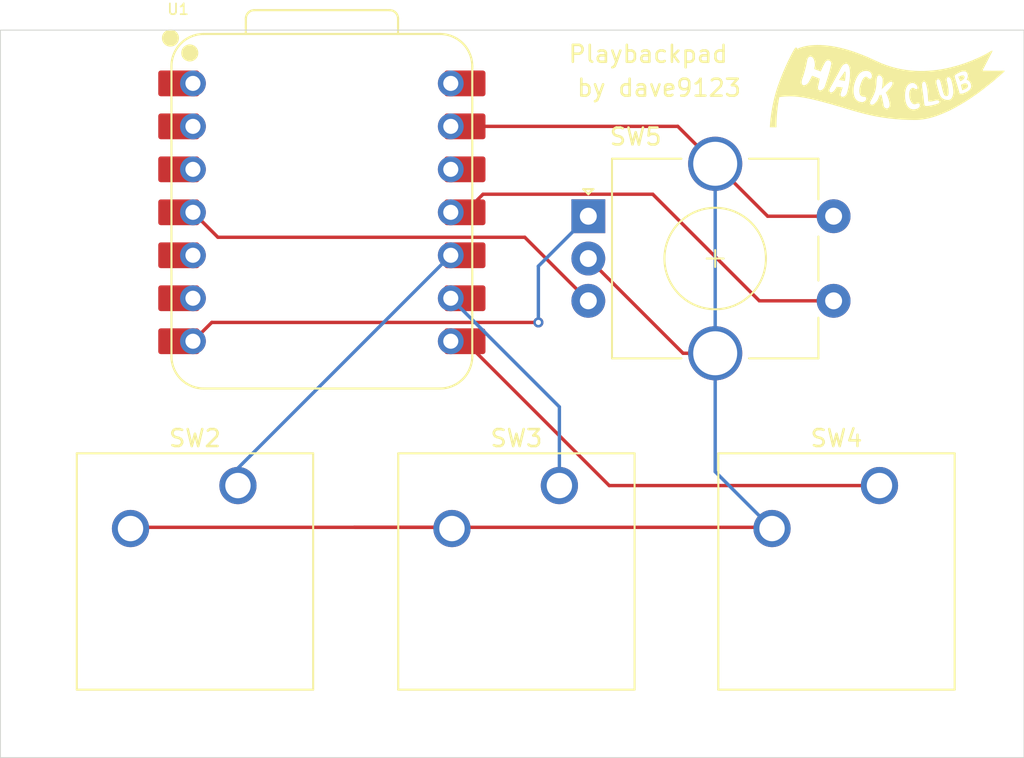
<source format=kicad_pcb>
(kicad_pcb (version 20241129) (generator "pcbnew") (generator_version "8.99")
  (layers (0 "F.Cu" signal) (2 "B.Cu" signal) (13 "F.Paste" user) (15 "B.Paste" user) (5 "F.SilkS" user "F.Silkscreen") (7 "B.SilkS" user "B.Silkscreen") (1 "F.Mask" user) (3 "B.Mask" user) (25 "Edge.Cuts" user))
  (net 0 "")
  (net 1 "GND")
  (net 2 "Net-(U1-GPIO0{slash}TX)")
  (net 3 "Net-(U1-GPIO29{slash}ADC3{slash}A3)")
  (net 4 "Net-(U1-GPIO3{slash}MOSI)")
  (net 5 "Net-(U1-GPIO4{slash}MISO)")
  (net 6 "Net-(U1-GPIO2{slash}SCK)")
  (net 7 "Net-(U1-GPIO1{slash}RX)")
  (net 8 "unconnected-(U1-GPIO26{slash}ADC0{slash}A0-Pad1)")
  (net 9 "unconnected-(U1-GPIO27{slash}ADC1{slash}A1-Pad2)")
  (net 10 "+5V")
  (net 11 "unconnected-(U1-3V3-Pad12)")
  (net 12 "unconnected-(U1-GPIO28{slash}ADC2{slash}A2-Pad3)")
  (net 13 "unconnected-(U1-GPIO6{slash}SDA-Pad5)")
  (net 14 "unconnected-(U1-GPIO7{slash}SCL-Pad6)")
  (footprint "Button_Switch_Keyboard:SW_Cherry_MX_1.00u_PCB" (layer "F.Cu") (at 148.54 65.1515)
    (property "Reference" "SW3")
    (property "Value" "SW_Push")
  )
  (footprint "Rotary_Encoder:RotaryEncoder_Alps_EC11E-Switch_Vertical_H20mm_CircularMountingHoles" (layer "F.Cu") (at 150.25 49.2315)
    (property "Reference" "SW5")
    (property "Value" "RotaryEncoder_Switch_MP")
  )
  (footprint "Button_Switch_Keyboard:SW_Cherry_MX_1.00u_PCB" (layer "F.Cu") (at 129.54 65.1515)
    (property "Reference" "SW2")
    (property "Value" "SW_Push")
  )
  (footprint "Seeed Studio XIAO Series Library:XIAO-RP2040-DIP" (layer "F.Cu") (at 134.5 49)
    (property "Reference" "U1")
    (property "Value" "XIAO-RP2040-DIP")
  )
  (footprint "Button_Switch_Keyboard:SW_Cherry_MX_1.00u_PCB" (layer "F.Cu") (at 167.46 65.1515)
    (property "Reference" "SW4")
    (property "Value" "SW_Push")
  )
  (gr_poly (pts (xy 162.539801 39.265134) (xy 162.544445 39.26543) (xy 162.549233 39.265937) (xy 162.553905 39.266707) (xy 162.558209 39.267775) (xy 162.562155 39.269129) (xy 162.565755 39.270753) (xy 162.569018 39.272635) (xy 162.571956 39.274762) (xy 162.574578 39.277118) (xy 162.576897 39.279692) (xy 162.578921 39.282469) (xy 162.580662 39.285436) (xy 162.58213 39.28858) (xy 162.583337 39.291886) (xy 162.584292 39.295341) (xy 162.585006 39.298932) (xy 162.58549 39.302645) (xy 162.585754 39.306466) (xy 162.585809 39.310383) (xy 162.585666 39.31438) (xy 162.585335 39.318446) (xy 162.584826 39.322565) (xy 162.584151 39.326725) (xy 162.58332 39.330913) (xy 162.581232 39.339314) (xy 162.578646 39.347662) (xy 162.575649 39.355846) (xy 162.572324 39.363759) (xy 162.568756 39.371292) (xy 162.475068 39.569149) (xy 162.379629 39.779779) (xy 162.261295 40.051745) (xy 162.127194 40.375201) (xy 162.056457 40.553159) (xy 161.98445 40.740297) (xy 161.912065 40.935383) (xy 161.840192 41.137187) (xy 161.769722 41.344477) (xy 161.701545 41.556022) (xy 161.639202 41.7699) (xy 161.585237 41.983807) (xy 161.53905 42.195946) (xy 161.500038 42.40452) (xy 161.467602 42.60773) (xy 161.441139 42.803778) (xy 161.403733 43.167203) (xy 161.383009 43.480412) (xy 161.374159 43.729025) (xy 161.37285 43.974938) (xy 160.981313 43.974938) (xy 160.983504 43.884212) (xy 160.99594 43.709253) (xy 161.021413 43.461944) (xy 161.062712 43.154166) (xy 161.090169 42.981315) (xy 161.122629 42.797802) (xy 161.160441 42.605114) (xy 161.203954 42.404735) (xy 161.253517 42.198152) (xy 161.309479 41.986848) (xy 161.372188 41.77231) (xy 161.441994 41.556022) (xy 161.596537 41.128566) (xy 161.760621 40.720242) (xy 161.925757 40.3421) (xy 162.08345 40.005192) (xy 162.22521 39.720568) (xy 162.342545 39.49928) (xy 162.426963 39.352379) (xy 162.469972 39.290916) (xy 162.471251 39.289573) (xy 162.472844 39.288047) (xy 162.475067 39.286088) (xy 162.477915 39.283798) (xy 162.481383 39.281279) (xy 162.483349 39.279965) (xy 162.485468 39.278632) (xy 162.48774 39.277293) (xy 162.490164 39.275961) (xy 162.492741 39.274647) (xy 162.495468 39.273366) (xy 162.498347 39.27213) (xy 162.501375 39.270951) (xy 162.504553 39.269842) (xy 162.507881 39.268817) (xy 162.511357 39.267887) (xy 162.514981 39.267066) (xy 162.518752 39.266366) (xy 162.52267 39.2658) (xy 162.526735 39.265382) (xy 162.530945 39.265122) (xy 162.5353 39.265035)) (stroke (width -0.000001)) (fill yes) (layer "F.SilkS"))
  (gr_poly (pts (xy 172.392937 40.90579) (xy 172.402621 40.906697) (xy 172.40732 40.90739) (xy 172.41192 40.908249) (xy 172.41642 40.909278) (xy 172.420815 40.91048) (xy 172.425105 40.911862) (xy 172.429285 40.913426) (xy 172.433354 40.915177) (xy 172.437309 40.917119) (xy 172.441147 40.919258) (xy 172.444866 40.921596) (xy 172.448463 40.924139) (xy 172.451936 40.926891) (xy 172.455282 40.929855) (xy 172.458497 40.933037) (xy 172.461581 40.936441) (xy 172.46453 40.94007) (xy 172.467342 40.94393) (xy 172.470013 40.948025) (xy 172.472542 40.952358) (xy 172.474926 40.956935) (xy 172.477162 40.961759) (xy 172.479248 40.966836) (xy 172.48118 40.972168) (xy 172.482957 40.977761) (xy 172.484576 40.983619) (xy 172.486035 40.989746) (xy 172.488271 41.003949) (xy 172.488752 41.017915) (xy 172.487588 41.031628) (xy 172.484891 41.045075) (xy 172.480769 41.058241) (xy 172.475335 41.071114) (xy 172.468698 41.083679) (xy 172.460969 41.095922) (xy 172.452257 41.107829) (xy 172.442674 41.119386) (xy 172.432331 41.130579) (xy 172.421336 41.141395) (xy 172.409802 41.151819) (xy 172.397838 41.161837) (xy 172.373062 41.180601) (xy 172.347892 41.197576) (xy 172.323212 41.212649) (xy 172.299905 41.225709) (xy 172.278854 41.236645) (xy 172.247057 41.251697) (xy 172.234887 41.256913) (xy 172.117427 40.981839) (xy 172.250694 40.933885) (xy 172.283103 40.923534) (xy 172.298928 40.919006) (xy 172.314442 40.915008) (xy 172.329601 40.911612) (xy 172.34436 40.908892) (xy 172.358675 40.906921) (xy 172.372502 40.905772) (xy 172.382891 40.905493)) (stroke (width -0.000001)) (fill yes) (layer "F.SilkS"))
  (gr_poly (pts (xy 172.540481 41.372473) (xy 172.551894 41.373106) (xy 172.563131 41.3744) (xy 172.574161 41.376394) (xy 172.579589 41.377665) (xy 172.584953 41.379126) (xy 172.590249 41.380781) (xy 172.595473 41.382636) (xy 172.600621 41.384694) (xy 172.605689 41.386961) (xy 172.610674 41.389442) (xy 172.61557 41.392141) (xy 172.620375 41.395064) (xy 172.625084 41.398214) (xy 172.629693 41.401598) (xy 172.634197 41.40522) (xy 172.638594 41.409084) (xy 172.642879 41.413196) (xy 172.647048 41.41756) (xy 172.651097 41.422181) (xy 172.655022 41.427065) (xy 172.658818 41.432215) (xy 172.662483 41.437637) (xy 172.666012 41.443336) (xy 172.6694 41.449316) (xy 172.672644 41.455582) (xy 172.675741 41.46214) (xy 172.678685 41.468993) (xy 172.685565 41.488977) (xy 172.689652 41.508187) (xy 172.691114 41.526637) (xy 172.69012 41.54434) (xy 172.68684 41.561311) (xy 172.681442 41.577561) (xy 172.674097 41.593105) (xy 172.664973 41.607957) (xy 172.65424 41.622128) (xy 172.642066 41.635634) (xy 172.628622 41.648487) (xy 172.614076 41.660701) (xy 172.598597 41.672289) (xy 172.582356 41.683264) (xy 172.54826 41.703432) (xy 172.513143 41.721311) (xy 172.478358 41.737009) (xy 172.415201 41.76229) (xy 172.369621 41.780135) (xy 172.356808 41.786537) (xy 172.353488 41.789155) (xy 172.352451 41.791402) (xy 172.275195 41.468993) (xy 172.298209 41.454321) (xy 172.324293 41.439221) (xy 172.35771 41.421824) (xy 172.376609 41.412939) (xy 172.39667 41.40429) (xy 172.417671 41.396146) (xy 172.439386 41.388778) (xy 172.461593 41.382456) (xy 172.484068 41.377449) (xy 172.506587 41.374028) (xy 172.528926 41.372462)) (stroke (width -0.000001)) (fill yes) (layer "F.SilkS"))
  (gr_poly (pts (xy 165.422833 40.677634) (xy 165.423857 40.677729) (xy 165.424864 40.677879) (xy 165.431871 40.680733) (xy 165.437954 40.686499) (xy 165.443157 40.69498) (xy 165.447528 40.705979) (xy 165.451111 40.7193) (xy 165.453954 40.734744) (xy 165.457603 40.771218) (xy 165.458841 40.813826) (xy 165.458038 40.860992) (xy 165.455562 40.911143) (xy 165.451782 40.962702) (xy 165.441783 41.063745) (xy 165.43099 41.151521) (xy 165.418818 41.236863) (xy 165.066798 41.176763) (xy 165.406622 40.682426) (xy 165.407901 40.681691) (xy 165.40916 40.681019) (xy 165.410401 40.680408) (xy 165.411623 40.679858) (xy 165.412825 40.67937) (xy 165.41401 40.678941) (xy 165.415176 40.678573) (xy 165.416323 40.678264) (xy 165.417453 40.678015) (xy 165.418564 40.677823) (xy 165.419658 40.67769) (xy 165.420734 40.677615) (xy 165.421792 40.677596)) (stroke (width -0.000001)) (fill yes) (layer "F.SilkS"))
  (gr_poly (pts (xy 163.971568 39.109034) (xy 164.273561 39.128107) (xy 164.605621 39.168863) (xy 164.783114 39.198376) (xy 164.968347 39.234517) (xy 165.161397 39.277685) (xy 165.362339 39.328283) (xy 165.571246 39.386714) (xy 165.788194 39.453377) (xy 166.013259 39.528677) (xy 166.246514 39.613013) (xy 166.488035 39.706789) (xy 166.737897 39.810406) (xy 166.996175 39.924266) (xy 167.262943 40.04877) (xy 167.555531 40.179694) (xy 167.847794 40.292439) (xy 168.139255 40.387857) (xy 168.429437 40.466799) (xy 168.717861 40.530116) (xy 169.004052 40.57866) (xy 169.28753 40.613281) (xy 169.567819 40.634831) (xy 169.844441 40.644162) (xy 170.116919 40.642123) (xy 170.384775 40.629567) (xy 170.647531 40.607345) (xy 170.904711 40.576308) (xy 171.155836 40.537307) (xy 171.40043 40.491194) (xy 171.638014 40.438819) (xy 172.090245 40.318691) (xy 172.508709 40.183733) (xy 172.889587 40.040754) (xy 173.229058 39.896564) (xy 173.523302 39.757974) (xy 173.768501 39.631793) (xy 174.096479 39.443897) (xy 174.098273 39.442929) (xy 174.100131 39.442195) (xy 174.102044 39.441684) (xy 174.104 39.441388) (xy 174.105991 39.441296) (xy 174.108007 39.4414) (xy 174.110037 39.44169) (xy 174.112072 39.442156) (xy 174.114102 39.44279) (xy 174.116117 39.443581) (xy 174.118107 39.444521) (xy 174.120061 39.445599) (xy 174.121971 39.446806) (xy 174.123827 39.448133) (xy 174.125618 39.449571) (xy 174.127334 39.451109) (xy 174.128966 39.452739) (xy 174.130503 39.45445) (xy 174.131936 39.456235) (xy 174.133256 39.458082) (xy 174.134451 39.459983) (xy 174.135512 39.461928) (xy 174.136429 39.463907) (xy 174.137193 39.465912) (xy 174.137793 39.467933) (xy 174.13822 39.46996) (xy 174.138463 39.471984) (xy 174.138512 39.473995) (xy 174.138359 39.475984) (xy 174.137992 39.477942) (xy 174.137402 39.479858) (xy 174.136579 39.481724) (xy 173.568191 40.588117) (xy 173.567412 40.58976) (xy 173.566755 40.591418) (xy 173.566217 40.593087) (xy 173.565797 40.594763) (xy 173.56549 40.59644) (xy 173.565295 40.598115) (xy 173.56521 40.599783) (xy 173.565231 40.601441) (xy 173.565356 40.603082) (xy 173.565583 40.604704) (xy 173.565908 40.606302) (xy 173.56633 40.607871) (xy 173.566846 40.609408) (xy 173.567454 40.610907) (xy 173.56815 40.612365) (xy 173.568932 40.613776) (xy 173.569798 40.615138) (xy 173.570744 40.616445) (xy 173.57177 40.617692) (xy 173.572871 40.618877) (xy 173.574046 40.619994) (xy 173.575292 40.621038) (xy 173.576606 40.622007) (xy 173.577985 40.622894) (xy 173.579428 40.623696) (xy 173.580932 40.624409) (xy 173.582493 40.625028) (xy 173.58411 40.625549) (xy 173.58578 40.625968) (xy 173.587501 40.626279) (xy 173.589269 40.626479) (xy 173.591083 40.626564) (xy 174.050292 40.630362) (xy 174.414992 40.630347) (xy 174.831524 40.626874) (xy 174.833738 40.626924) (xy 174.835888 40.627128) (xy 174.837969 40.62748) (xy 174.839979 40.627972) (xy 174.841913 40.628597) (xy 174.843767 40.629349) (xy 174.845539 40.63022) (xy 174.847223 40.631203) (xy 174.848816 40.632292) (xy 174.850315 40.633479) (xy 174.851716 40.634757) (xy 174.853014 40.63612) (xy 174.854206 40.637559) (xy 174.855289 40.639069) (xy 174.856257 40.640642) (xy 174.857109 40.642271) (xy 174.857839 40.643949) (xy 174.858445 40.645669) (xy 174.858921 40.647424) (xy 174.859266 40.649207) (xy 174.859473 40.651011) (xy 174.859541 40.652829) (xy 174.859465 40.654654) (xy 174.859241 40.656479) (xy 174.858866 40.658296) (xy 174.858335 40.6601) (xy 174.857645 40.661882) (xy 174.856793 40.663636) (xy 174.855774 40.665355) (xy 174.854584 40.667032) (xy 174.85322 40.668659) (xy 174.851678 40.67023) (xy 174.601954 40.898721) (xy 174.16649 41.273518) (xy 173.579695 41.740135) (xy 173.2403 41.99085) (xy 172.875976 42.24409) (xy 172.491022 42.493042) (xy 172.08974 42.730897) (xy 171.676431 42.950844) (xy 171.255395 43.146073) (xy 170.830934 43.309773) (xy 170.618764 43.377672) (xy 170.40735 43.435134) (xy 170.197229 43.481309) (xy 169.988941 43.515345) (xy 169.783022 43.536391) (xy 169.580011 43.543595) (xy 169.157695 43.537417) (xy 168.758388 43.519541) (xy 168.3802 43.490952) (xy 168.021244 43.452637) (xy 167.679631 43.405582) (xy 167.353473 43.350772) (xy 167.040881 43.289194) (xy 166.739967 43.221834) (xy 166.448843 43.149677) (xy 166.16562 43.073711) (xy 165.615326 42.91429) (xy 165.073978 42.751461) (xy 164.526469 42.593111) (xy 164.321665 42.537853) (xy 166.907768 42.537853) (xy 166.909049 42.55383) (xy 166.912017 42.568705) (xy 166.916611 42.582397) (xy 166.92277 42.594828) (xy 166.930431 42.605917) (xy 166.939532 42.615584) (xy 166.950013 42.62375) (xy 166.961811 42.630335) (xy 166.974864 42.635259) (xy 166.989112 42.638443) (xy 167.004491 42.639806) (xy 167.02094 42.63927) (xy 167.038398 42.636753) (xy 167.056803 42.632177) (xy 167.076093 42.625462) (xy 167.096206 42.616528) (xy 167.117081 42.605295) (xy 167.138656 42.591683) (xy 167.160868 42.575614) (xy 167.183657 42.557006) (xy 167.206961 42.53578) (xy 167.230717 42.511857) (xy 167.254865 42.485157) (xy 167.279342 42.455599) (xy 167.304087 42.423105) (xy 167.329037 42.387594) (xy 167.341225 42.369077) (xy 167.353453 42.347805) (xy 167.365606 42.32432) (xy 167.377572 42.29917) (xy 167.389236 42.272899) (xy 167.400484 42.246052) (xy 167.421276 42.192812) (xy 167.439036 42.143811) (xy 167.452851 42.10341) (xy 167.464997 42.065856) (xy 167.581166 42.052782) (xy 167.634831 42.300026) (xy 167.676653 42.510368) (xy 167.693945 42.608428) (xy 167.706017 42.69078) (xy 167.709224 42.707846) (xy 167.714088 42.724374) (xy 167.720493 42.740294) (xy 167.728325 42.755535) (xy 167.737469 42.770025) (xy 167.747813 42.783693) (xy 167.75924 42.796469) (xy 167.771638 42.808281) (xy 167.784891 42.819059) (xy 167.798885 42.828731) (xy 167.813505 42.837227) (xy 167.828639 42.844474) (xy 167.84417 42.850404) (xy 167.859985 42.854943) (xy 167.87597 42.858022) (xy 167.892009 42.859569) (xy 167.90799 42.859514) (xy 167.923797 42.857785) (xy 167.939316 42.854311) (xy 167.954433 42.849021) (xy 167.969033 42.841845) (xy 167.983003 42.832711) (xy 167.996227 42.821548) (xy 168.008591 42.808285) (xy 168.019982 42.792852) (xy 168.030284 42.775176) (xy 168.039384 42.755188) (xy 168.047167 42.732817) (xy 168.053518 42.70799) (xy 168.058324 42.680637) (xy 168.06147 42.650688) (xy 168.062842 42.618071) (xy 168.056972 42.569435) (xy 168.048063 42.51668) (xy 168.036038 42.459788) (xy 168.020819 42.398738) (xy 168.002329 42.333511) (xy 167.980492 42.264087) (xy 167.955231 42.190447) (xy 167.926468 42.112572) (xy 167.918624 42.091306) (xy 168.971522 42.091306) (xy 168.972141 42.154584) (xy 168.974314 42.202186) (xy 168.977628 42.248481) (xy 168.982075 42.293442) (xy 168.987646 42.337047) (xy 168.994333 42.379269) (xy 169.002128 42.420085) (xy 169.011022 42.459468) (xy 169.021008 42.497395) (xy 169.032076 42.533841) (xy 169.044219 42.56878) (xy 169.057429 42.602187) (xy 169.071696 42.634039) (xy 169.087014 42.66431) (xy 169.103372 42.692976) (xy 169.120764 42.72001) (xy 169.139181 42.74539) (xy 169.158614 42.769089) (xy 169.179056 42.791083) (xy 169.200498 42.811348) (xy 169.222931 42.829857) (xy 169.246348 42.846587) (xy 169.27074 42.861513) (xy 169.296099 42.874609) (xy 169.322417 42.885852) (xy 169.349685 42.895215) (xy 169.377895 42.902675) (xy 169.407038 42.908206) (xy 169.437107 42.911783) (xy 169.468093 42.913383) (xy 169.499988 42.912979) (xy 169.532784 42.910547) (xy 169.566471 42.906063) (xy 169.5993 42.899958) (xy 169.629585 42.892743) (xy 169.657419 42.884502) (xy 169.682893 42.875317) (xy 169.706099 42.865274) (xy 169.727129 42.854455) (xy 169.746075 42.842946) (xy 169.763028 42.830829) (xy 169.778082 42.818188) (xy 169.791327 42.805107) (xy 169.802856 42.791671) (xy 169.812761 42.777962) (xy 169.821133 42.764065) (xy 169.828064 42.750064) (xy 169.833647 42.736042) (xy 169.837973 42.722083) (xy 169.841134 42.708272) (xy 169.843222 42.694691) (xy 169.844329 42.681425) (xy 169.844546 42.668557) (xy 169.843967 42.656172) (xy 169.842682 42.644353) (xy 169.840784 42.633184) (xy 169.838364 42.622749) (xy 169.835515 42.613132) (xy 169.832328 42.604416) (xy 169.828896 42.596685) (xy 169.825309 42.590024) (xy 169.821661 42.584516) (xy 169.818042 42.580244) (xy 169.814546 42.577294) (xy 169.811263 42.575747) (xy 169.806428 42.57419) (xy 169.801827 42.572235) (xy 169.792369 42.567783) (xy 169.787037 42.56561) (xy 169.780984 42.56369) (xy 169.773973 42.562185) (xy 169.765766 42.561256) (xy 169.756123 42.561067) (xy 169.744807 42.56178) (xy 169.73158 42.563557) (xy 169.716202 42.566561) (xy 169.698437 42.570954) (xy 169.678046 42.576899) (xy 169.65479 42.584557) (xy 169.628431 42.594092) (xy 169.614539 42.598995) (xy 169.60086 42.603178) (xy 169.58739 42.606633) (xy 169.574127 42.609352) (xy 169.561066 42.611328) (xy 169.548205 42.612553) (xy 169.535539 42.61302) (xy 169.523066 42.612721) (xy 169.510782 42.611649) (xy 169.498684 42.609796) (xy 169.486768 42.607155) (xy 169.475031 42.603717) (xy 169.463469 42.599477) (xy 169.45208 42.594425) (xy 169.440858 42.588555) (xy 169.429803 42.581859) (xy 169.418908 42.574329) (xy 169.408173 42.565958) (xy 169.397592 42.556738) (xy 169.387162 42.546662) (xy 169.376881 42.535723) (xy 169.366745 42.523912) (xy 169.356749 42.511222) (xy 169.346892 42.497646) (xy 169.337169 42.483176) (xy 169.327577 42.467805) (xy 169.308773 42.434328) (xy 169.290452 42.397155) (xy 169.272587 42.356226) (xy 169.261291 42.325605) (xy 169.250835 42.291977) (xy 169.241391 42.255749) (xy 169.23313 42.21733) (xy 169.226225 42.177126) (xy 169.220849 42.135545) (xy 169.217173 42.092995) (xy 169.21537 42.049884) (xy 169.215611 42.006618) (xy 169.21807 41.963606) (xy 169.222917 41.921255) (xy 169.230326 41.879973) (xy 169.240469 41.840166) (xy 169.253518 41.802244) (xy 169.261185 41.784116) (xy 169.269644 41.766612) (xy 169.278916 41.749783) (xy 169.289021 41.73368) (xy 169.292161 41.72913) (xy 169.295288 41.724785) (xy 169.2984 41.720639) (xy 169.301496 41.716686) (xy 169.304571 41.71292) (xy 169.307624 41.709336) (xy 169.313654 41.702686) (xy 169.319565 41.696688) (xy 169.325339 41.691296) (xy 169.330955 41.686461) (xy 169.336394 41.682135) (xy 169.341636 41.678272) (xy 169.346663 41.674822) (xy 169.351454 41.671738) (xy 169.355989 41.668974) (xy 169.371186 41.660144) (xy 169.37748 41.65654) (xy 169.383773 41.653388) (xy 169.390053 41.650668) (xy 169.396312 41.64836) (xy 169.402537 41.646444) (xy 169.408718 41.644899) (xy 169.414845 41.643707) (xy 169.420906 41.642845) (xy 169.426891 41.642295) (xy 169.43279 41.642037) (xy 169.43859 41.642049) (xy 169.444282 41.642312) (xy 169.449855 41.642806) (xy 169.455299 41.64351) (xy 169.460601 41.644405) (xy 169.465753 41.64547) (xy 169.470742 41.646686) (xy 169.475558 41.648031) (xy 169.484629 41.651031) (xy 169.492881 41.65431) (xy 169.500226 41.657706) (xy 169.506579 41.661058) (xy 169.511854 41.664205) (xy 169.515965 41.666986) (xy 169.518826 41.669239) (xy 169.536011 41.681166) (xy 169.552318 41.691466) (xy 169.567756 41.700197) (xy 169.582335 41.707414) (xy 169.596062 41.713172) (xy 169.608946 41.717526) (xy 169.620997 41.720533) (xy 169.632221 41.722249) (xy 169.642629 41.722727) (xy 169.652229 41.722026) (xy 169.661029 41.720199) (xy 169.669038 41.717303) (xy 169.676265 41.713393) (xy 169.682719 41.708525) (xy 169.688407 41.702755) (xy 169.693339 41.696137) (xy 169.697523 41.688728) (xy 169.700968 41.680584) (xy 169.703683 41.67176) (xy 169.705676 41.662311) (xy 169.706956 41.652293) (xy 169.707531 41.641762) (xy 169.707411 41.630773) (xy 169.706603 41.619383) (xy 169.705117 41.607646) (xy 169.70296 41.595619) (xy 169.700143 41.583356) (xy 169.696673 41.570914) (xy 169.692559 41.558348) (xy 169.687809 41.545714) (xy 169.682433 41.533067) (xy 169.676438 41.520463) (xy 169.662289 41.501256) (xy 169.64782 41.48317) (xy 169.634872 41.468322) (xy 169.976886 41.468322) (xy 169.977931 41.506426) (xy 169.980296 41.547259) (xy 169.988393 41.635836) (xy 170 41.7315) (xy 170.01394 41.831698) (xy 170.044111 42.035485) (xy 170.057988 42.133969) (xy 170.06949 42.226777) (xy 170.096751 42.484241) (xy 170.102094 42.529826) (xy 170.108007 42.573728) (xy 170.115067 42.618863) (xy 170.123854 42.668145) (xy 170.128267 42.680218) (xy 170.136417 42.690347) (xy 170.148054 42.698631) (xy 170.162927 42.70517) (xy 170.180784 42.710066) (xy 170.201375 42.713419) (xy 170.224448 42.715329) (xy 170.249753 42.715896) (xy 170.306052 42.713405) (xy 170.368266 42.70675) (xy 170.434385 42.696735) (xy 170.502402 42.684162) (xy 170.636096 42.654558) (xy 170.753285 42.624369) (xy 170.837902 42.600021) (xy 170.873885 42.587943) (xy 170.877756 42.586041) (xy 170.882956 42.584068) (xy 170.89666 42.579436) (xy 170.904824 42.576542) (xy 170.913637 42.573106) (xy 170.922927 42.569009) (xy 170.932525 42.564136) (xy 170.942261 42.558367) (xy 170.947127 42.55511) (xy 170.951964 42.551585) (xy 170.95675 42.547778) (xy 170.961465 42.543673) (xy 170.966086 42.539257) (xy 170.970593 42.534513) (xy 170.974964 42.529429) (xy 170.979178 42.523988) (xy 170.983214 42.518176) (xy 170.98705 42.511979) (xy 170.990666 42.505381) (xy 170.99404 42.498369) (xy 170.99715 42.490926) (xy 170.999976 42.48304) (xy 171.00273 42.475227) (xy 171.004411 42.467695) (xy 171.005067 42.460448) (xy 171.004746 42.453489) (xy 171.003497 42.446821) (xy 171.001367 42.440448) (xy 170.998404 42.434373) (xy 170.994657 42.4286) (xy 170.990174 42.423131) (xy 170.985003 42.417971) (xy 170.979192 42.413123) (xy 170.972789 42.408589) (xy 170.965842 42.404374) (xy 170.958399 42.400481) (xy 170.942219 42.393674) (xy 170.924634 42.388194) (xy 170.906028 42.38407) (xy 170.886786 42.381328) (xy 170.867293 42.379995) (xy 170.847934 42.380099) (xy 170.829094 42.381666) (xy 170.811158 42.384724) (xy 170.79451 42.389299) (xy 170.753034 42.401636) (xy 170.696024 42.416001) (xy 170.629323 42.430483) (xy 170.594166 42.437171) (xy 170.558778 42.443172) (xy 170.52389 42.448246) (xy 170.490234 42.452156) (xy 170.458538 42.454661) (xy 170.429535 42.455524) (xy 170.403954 42.454506) (xy 170.392675 42.453216) (xy 170.382526 42.451366) (xy 170.373598 42.448927) (xy 170.365983 42.445868) (xy 170.359771 42.442159) (xy 170.355054 42.437771) (xy 170.347887 42.422678) (xy 170.341971 42.397089) (xy 170.337051 42.362116) (xy 170.332873 42.31887) (xy 170.318473 42.085391) (xy 170.309089 41.947913) (xy 170.29553 41.808464) (xy 170.286546 41.74078) (xy 170.275754 41.675936) (xy 170.262897 41.615046) (xy 170.247721 41.55922) (xy 170.244522 41.5404) (xy 170.241161 41.522326) (xy 170.237643 41.504988) (xy 170.233977 41.488375) (xy 170.230166 41.472478) (xy 170.226219 41.457285) (xy 170.222142 41.442788) (xy 170.21794 41.428975) (xy 170.21362 41.415836) (xy 170.209188 41.403361) (xy 170.204651 41.39154) (xy 170.200015 41.380363) (xy 170.195286 41.36982) (xy 170.190471 41.359899) (xy 170.185576 41.350592) (xy 170.180606 41.341887) (xy 170.17557 41.333775) (xy 170.170472 41.326245) (xy 170.165319 41.319287) (xy 170.160117 41.312891) (xy 170.154874 41.307046) (xy 170.149594 41.301743) (xy 170.144284 41.296972) (xy 170.138952 41.292721) (xy 170.133602 41.28898) (xy 170.128241 41.285741) (xy 170.122876 41.282991) (xy 170.117513 41.280722) (xy 170.112158 41.278922) (xy 170.106818 41.277582) (xy 170.101499 41.276692) (xy 170.096206 41.27624) (xy 170.096206 41.276241) (xy 170.090249 41.276247) (xy 170.084344 41.276789) (xy 170.0785 41.277851) (xy 170.072726 41.27942) (xy 170.067032 41.28148) (xy 170.061427 41.284017) (xy 170.055919 41.287014) (xy 170.050519 41.290459) (xy 170.045235 41.294334) (xy 170.040076 41.298627) (xy 170.030172 41.308402) (xy 170.020879 41.319665) (xy 170.012272 41.332297) (xy 170.004423 41.346178) (xy 169.997406 41.36119) (xy 169.991294 41.377212) (xy 169.986162 41.394127) (xy 169.982081 41.411814) (xy 169.979126 41.430156) (xy 169.977369 41.449031) (xy 169.976886 41.468322) (xy 169.634872 41.468322) (xy 169.633036 41.466217) (xy 169.617942 41.450413) (xy 169.60254 41.435771) (xy 169.586835 41.422307) (xy 169.57083 41.410035) (xy 169.554531 41.398968) (xy 169.53794 41.389121) (xy 169.521061 41.380509) (xy 169.503899 41.373145) (xy 169.486458 41.367045) (xy 169.468741 41.362223) (xy 169.450752 41.358692) (xy 169.432495 41.356467) (xy 169.413974 41.355563) (xy 169.39939 41.355783) (xy 169.38465 41.356817) (xy 169.369757 41.358672) (xy 169.354713 41.361356) (xy 169.33952 41.364874) (xy 169.324178 41.369234) (xy 169.30869 41.374441) (xy 169.293059 41.380504) (xy 169.277285 41.387427) (xy 169.26137 41.395219) (xy 169.245317 41.403885) (xy 169.229127 41.413433) (xy 169.212802 41.423869) (xy 169.196343 41.435199) (xy 169.179753 41.447431) (xy 169.163034 41.46057) (xy 169.140616 41.48458) (xy 169.119322 41.5111) (xy 169.09921 41.540147) (xy 169.080339 41.571735) (xy 169.062768 41.605879) (xy 169.046556 41.642595) (xy 169.031762 41.681899) (xy 169.018444 41.723805) (xy 169.006662 41.768329) (xy 168.996475 41.815486) (xy 168.987942 41.865292) (xy 168.981121 41.917761) (xy 168.976071 41.97291) (xy 168.972852 42.030753) (xy 168.971522 42.091306) (xy 167.918624 42.091306) (xy 167.917346 42.087843) (xy 167.90691 42.062068) (xy 167.893418 42.031918) (xy 167.885727 42.016272) (xy 167.877513 42.000817) (xy 167.868857 41.98598) (xy 167.859841 41.972188) (xy 167.850543 41.959871) (xy 167.845814 41.954399) (xy 167.841045 41.949456) (xy 167.836246 41.945096) (xy 167.831428 41.941371) (xy 167.8266 41.938337) (xy 167.821772 41.936045) (xy 167.879343 41.877136) (xy 167.939087 41.813783) (xy 168.008609 41.736972) (xy 168.079761 41.653558) (xy 168.113404 41.611517) (xy 168.144399 41.570396) (xy 168.171728 41.531052) (xy 168.194374 41.494342) (xy 168.211317 41.461123) (xy 168.217332 41.44609) (xy 168.22154 41.432251) (xy 168.227137 41.405188) (xy 168.230152 41.379616) (xy 168.230414 41.35597) (xy 168.229461 41.345007) (xy 168.227755 41.334689) (xy 168.225277 41.325072) (xy 168.222005 41.31621) (xy 168.217917 41.308157) (xy 168.212992 41.300969) (xy 168.20721 41.2947) (xy 168.200548 41.289404) (xy 168.192987 41.285136) (xy 168.184503 41.281951) (xy 168.175077 41.279904) (xy 168.164687 41.279049) (xy 168.153311 41.27944) (xy 168.140929 41.281133) (xy 168.127519 41.284182) (xy 168.113061 41.288642) (xy 168.097532 41.294567) (xy 168.080911 41.302012) (xy 168.063178 41.311031) (xy 168.044311 41.32168) (xy 168.024289 41.334013) (xy 168.00309 41.348084) (xy 167.980694 41.363948) (xy 167.957079 41.38166) (xy 167.932224 41.401275) (xy 167.906108 41.422846) (xy 167.880088 41.44494) (xy 167.855506 41.466091) (xy 167.832322 41.486315) (xy 167.810496 41.505628) (xy 167.789986 41.524045) (xy 167.770754 41.541582) (xy 167.75276 41.558256) (xy 167.735962 41.574081) (xy 167.720321 41.589075) (xy 167.705797 41.603252) (xy 167.69235 41.616629) (xy 167.679939 41.629221) (xy 167.668525 41.641044) (xy 167.658067 41.652115) (xy 167.648525 41.662449) (xy 167.63986 41.672061) (xy 167.624997 41.689185) (xy 167.613156 41.703615) (xy 167.604018 41.715477) (xy 167.597261 41.724898) (xy 167.592565 41.732005) (xy 167.589607 41.736924) (xy 167.587626 41.740708) (xy 167.598123 41.689693) (xy 167.608739 41.632552) (xy 167.620707 41.560217) (xy 167.632357 41.477105) (xy 167.642021 41.387635) (xy 167.645586 41.341898) (xy 167.648027 41.296229) (xy 167.64873 41.267708) (xy 170.823626 41.267708) (xy 170.823711 41.280426) (xy 170.824689 41.2935) (xy 170.831755 41.346382) (xy 170.841937 41.401663) (xy 170.855971 41.463172) (xy 170.874598 41.53474) (xy 170.928581 41.723375) (xy 171.009794 41.998211) (xy 171.023072 42.035951) (xy 171.03769 42.07102) (xy 171.053544 42.103512) (xy 171.070526 42.133523) (xy 171.08853 42.161146) (xy 171.107448 42.186476) (xy 171.127175 42.209609) (xy 171.147603 42.230638) (xy 171.168625 42.249658) (xy 171.190136 42.266765) (xy 171.212028 42.282052) (xy 171.234195 42.295614) (xy 171.25653 42.307546) (xy 171.278926 42.317942) (xy 171.301276 42.326898) (xy 171.323475 42.334507) (xy 171.345414 42.340865) (xy 171.366988 42.346066) (xy 171.408613 42.353374) (xy 171.447495 42.357191) (xy 171.482782 42.358272) (xy 171.513619 42.357375) (xy 171.539152 42.355257) (xy 171.570896 42.350386) (xy 171.587008 42.346075) (xy 171.602321 42.341034) (xy 171.61686 42.335293) (xy 171.630651 42.328883) (xy 171.64372 42.321834) (xy 171.656091 42.314177) (xy 171.66779 42.305941) (xy 171.678843 42.297157) (xy 171.689275 42.287856) (xy 171.699112 42.278067) (xy 171.708378 42.267822) (xy 171.717101 42.257149) (xy 171.733013 42.234645) (xy 171.747054 42.210797) (xy 171.759425 42.185849) (xy 171.770332 42.160042) (xy 171.779977 42.133618) (xy 171.788564 42.106821) (xy 171.803381 42.053075) (xy 171.816411 42.000744) (xy 171.821846 41.971043) (xy 171.824951 41.93588) (xy 171.825886 41.895858) (xy 171.824811 41.851581) (xy 171.821885 41.803651) (xy 171.817269 41.752673) (xy 171.803603 41.64398) (xy 171.785092 41.530329) (xy 171.763013 41.416544) (xy 171.738645 41.30745) (xy 171.713266 41.207872) (xy 171.704339 41.184986) (xy 171.694784 41.163396) (xy 171.684665 41.143129) (xy 171.674045 41.124209) (xy 171.662987 41.106663) (xy 171.657314 41.098413) (xy 171.651555 41.090516) (xy 171.645718 41.082975) (xy 171.639811 41.075793) (xy 171.633842 41.068974) (xy 171.627819 41.06252) (xy 171.62175 41.056436) (xy 171.615642 41.050723) (xy 171.609504 41.045386) (xy 171.603343 41.040427) (xy 171.597168 41.03585) (xy 171.590986 41.031658) (xy 171.584805 41.027854) (xy 171.578634 41.024441) (xy 171.572479 41.021422) (xy 171.56635 41.018801) (xy 171.560253 41.016581) (xy 171.554197 41.014765) (xy 171.548189 41.013356) (xy 171.542238 41.012358) (xy 171.536352 41.011773) (xy 171.530538 41.011605) (xy 171.521656 41.01218) (xy 171.512998 41.013782) (xy 171.504594 41.016425) (xy 171.496474 41.02012) (xy 171.488666 41.024879) (xy 171.481202 41.030715) (xy 171.47411 41.037638) (xy 171.46742 41.045661) (xy 171.461162 41.054795) (xy 171.455365 41.065054) (xy 171.45006 41.076448) (xy 171.445275 41.08899) (xy 171.441041 41.102692) (xy 171.437387 41.117565) (xy 171.434343 41.133621) (xy 171.431939 41.150873) (xy 171.432026 41.163273) (xy 171.432875 41.176236) (xy 171.434428 41.189769) (xy 171.436628 41.203875) (xy 171.442735 41.23383) (xy 171.450736 41.26614) (xy 171.470573 41.33799) (xy 171.481488 41.377609) (xy 171.492452 41.419745) (xy 171.507837 41.512689) (xy 171.522451 41.6084) (xy 171.534883 41.704063) (xy 171.539839 41.750998) (xy 171.54372 41.796865) (xy 171.54635 41.841313) (xy 171.547551 41.88399) (xy 171.547147 41.924545) (xy 171.544962 41.962625) (xy 171.540819 41.99788) (xy 171.534542 42.029956) (xy 171.525954 42.058502) (xy 171.520739 42.071342) (xy 171.514879 42.083167) (xy 171.509458 42.090365) (xy 171.503692 42.097007) (xy 171.497603 42.1031) (xy 171.491215 42.108647) (xy 171.48455 42.113652) (xy 171.47763 42.11812) (xy 171.470479 42.122056) (xy 171.463118 42.125464) (xy 171.455571 42.128348) (xy 171.447861 42.130713) (xy 171.440009 42.132563) (xy 171.432039 42.133902) (xy 171.423973 42.134736) (xy 171.415834 42.135068) (xy 171.407644 42.134903) (xy 171.399427 42.134245) (xy 171.391204 42.133099) (xy 171.382999 42.131469) (xy 171.374834 42.12936) (xy 171.366732 42.126776) (xy 171.358715 42.123721) (xy 171.350806 42.1202) (xy 171.343028 42.116217) (xy 171.335404 42.111777) (xy 171.327955 42.106884) (xy 171.320705 42.101543) (xy 171.313676 42.095758) (xy 171.306892 42.089533) (xy 171.300374 42.082873) (xy 171.294145 42.075782) (xy 171.288228 42.068265) (xy 171.282646 42.060327) (xy 171.263272 42.016779) (xy 171.24458 41.967307) (xy 171.226541 41.912918) (xy 171.209125 41.854621) (xy 171.176048 41.730342) (xy 171.145116 41.602542) (xy 171.116094 41.479294) (xy 171.088751 41.36867) (xy 171.075635 41.320615) (xy 171.062852 41.278744) (xy 171.050371 41.244065) (xy 171.038164 41.217587) (xy 171.030045 41.204063) (xy 171.021619 41.191899) (xy 171.012927 41.181063) (xy 171.004008 41.17152) (xy 170.994902 41.163238) (xy 170.98565 41.156182) (xy 170.976291 41.150319) (xy 170.966865 41.145617) (xy 170.957413 41.14204) (xy 170.947974 41.139556) (xy 170.938588 41.138131) (xy 170.929296 41.137731) (xy 170.920138 41.138324) (xy 170.911153 41.139875) (xy 170.902381 41.142352) (xy 170.893862 41.14572) (xy 170.885638 41.149945) (xy 170.877746 41.154996) (xy 170.870228 41.160837) (xy 170.863124 41.167436) (xy 170.856473 41.174758) (xy 170.850316 41.182771) (xy 170.844692 41.191441) (xy 170.839642 41.200735) (xy 170.835205 41.210618) (xy 170.831422 41.221057) (xy 170.828333 41.23202) (xy 170.825977 41.243471) (xy 170.824394 41.255378) (xy 170.823626 41.267708) (xy 167.64873 41.267708) (xy 167.649137 41.25118) (xy 167.648707 41.207304) (xy 167.649896 41.191723) (xy 167.650288 41.176345) (xy 167.649911 41.161189) (xy 167.648796 41.146275) (xy 167.646972 41.131621) (xy 167.644468 41.117248) (xy 167.641315 41.103175) (xy 167.637542 41.089421) (xy 167.633179 41.076006) (xy 167.628255 41.06295) (xy 167.6228 41.050271) (xy 167.616844 41.037989) (xy 167.610416 41.026124) (xy 167.603546 41.014696) (xy 167.596263 41.003723) (xy 167.588598 40.993225) (xy 167.580579 40.983222) (xy 167.572237 40.973733) (xy 167.563601 40.964777) (xy 167.558649 40.960103) (xy 171.908336 40.960103) (xy 171.908449 40.965514) (xy 171.909327 40.976159) (xy 171.910844 40.986589) (xy 171.912722 40.996827) (xy 171.916457 41.016824) (xy 172.051991 41.460449) (xy 172.14589 41.780827) (xy 172.177346 41.897364) (xy 172.186448 41.936183) (xy 172.190084 41.958782) (xy 172.190873 41.962172) (xy 172.192278 41.965346) (xy 172.194279 41.968305) (xy 172.196854 41.971051) (xy 172.199982 41.973586) (xy 172.203642 41.975909) (xy 172.212473 41.979929) (xy 172.223178 41.98312) (xy 172.235588 41.985491) (xy 172.249532 41.987053) (xy 172.264844 41.987814) (xy 172.281352 41.987784) (xy 172.298888 41.986972) (xy 172.317283 41.985389) (xy 172.336368 41.983043) (xy 172.355973 41.979944) (xy 172.37593 41.976102) (xy 172.396068 41.971525) (xy 172.41622 41.966224) (xy 172.474154 41.94563) (xy 172.528566 41.923589) (xy 172.579382 41.900181) (xy 172.603419 41.887989) (xy 172.626529 41.875486) (xy 172.648703 41.86268) (xy 172.669932 41.849582) (xy 172.690207 41.836203) (xy 172.709518 41.822551) (xy 172.727856 41.808638) (xy 172.745212 41.794472) (xy 172.761576 41.780064) (xy 172.77694 41.765424) (xy 172.791295 41.750562) (xy 172.80463 41.735488) (xy 172.816936 41.720211) (xy 172.828205 41.704742) (xy 172.838428 41.689091) (xy 172.847594 41.673268) (xy 172.855695 41.657282) (xy 172.862721 41.641144) (xy 172.868663 41.624864) (xy 172.873513 41.608451) (xy 172.87726 41.591915) (xy 172.879895 41.575268) (xy 172.88141 41.558517) (xy 172.881795 41.541674) (xy 172.88104 41.524749) (xy 172.879137 41.507751) (xy 172.873303 41.474211) (xy 172.865758 41.441798) (xy 172.861362 41.42605) (xy 172.856559 41.410629) (xy 172.851357 41.395549) (xy 172.845762 41.380825) (xy 172.839781 41.366473) (xy 172.833422 41.352506) (xy 172.826691 41.338941) (xy 172.819595 41.325792) (xy 172.812142 41.313075) (xy 172.804337 41.300803) (xy 172.796189 41.288993) (xy 172.787704 41.277659) (xy 172.778889 41.266816) (xy 172.769751 41.256479) (xy 172.760297 41.246663) (xy 172.750534 41.237383) (xy 172.740469 41.228655) (xy 172.730109 41.220492) (xy 172.719461 41.212911) (xy 172.708532 41.205926) (xy 172.697328 41.199552) (xy 172.685858 41.193803) (xy 172.674127 41.188696) (xy 172.662143 41.184245) (xy 172.649913 41.180465) (xy 172.637444 41.177371) (xy 172.624742 41.174978) (xy 172.611815 41.173301) (xy 172.61874 41.158746) (xy 172.626367 41.141684) (xy 172.635854 41.119102) (xy 172.646516 41.091756) (xy 172.657666 41.060398) (xy 172.668618 41.025781) (xy 172.673805 41.007487) (xy 172.678685 40.988661) (xy 172.680504 40.977647) (xy 172.6819 40.966541) (xy 172.68288 40.955364) (xy 172.683454 40.944134) (xy 172.683629 40.93287) (xy 172.683414 40.921592) (xy 172.682816 40.910319) (xy 172.681845 40.89907) (xy 172.678814 40.876723) (xy 172.674387 40.854704) (xy 172.668631 40.833168) (xy 172.661611 40.812269) (xy 172.653395 40.792161) (xy 172.644048 40.772998) (xy 172.633638 40.754935) (xy 172.628054 40.746364) (xy 172.622229 40.738126) (xy 172.616171 40.730239) (xy 172.609888 40.722724) (xy 172.60339 40.715599) (xy 172.596683 40.708885) (xy 172.589777 40.702599) (xy 172.582679 40.696761) (xy 172.575398 40.691392) (xy 172.567942 40.686509) (xy 172.561473 40.684255) (xy 172.554947 40.682145) (xy 172.548364 40.680179) (xy 172.541723 40.678357) (xy 172.535023 40.676678) (xy 172.528265 40.675143) (xy 172.51457 40.672502) (xy 172.500635 40.670433) (xy 172.486457 40.668935) (xy 172.472031 40.668007) (xy 172.457354 40.667647) (xy 172.434861 40.66817) (xy 172.411782 40.669969) (xy 172.388106 40.673041) (xy 172.363819 40.677382) (xy 172.338909 40.682988) (xy 172.313364 40.689857) (xy 172.287171 40.697986) (xy 172.260318 40.707371) (xy 172.232792 40.718008) (xy 172.20458 40.729895) (xy 172.175671 40.743028) (xy 172.146052 40.757405) (xy 172.11571 40.773021) (xy 172.084633 40.789873) (xy 172.052808 40.807959) (xy 172.020224 40.827275) (xy 172.007525 40.834642) (xy 171.995782 40.841886) (xy 171.984962 40.84901) (xy 171.975028 40.856016) (xy 171.965948 40.862908) (xy 171.957685 40.869689) (xy 171.950205 40.876361) (xy 171.943474 40.882929) (xy 171.937457 40.889394) (xy 171.932119 40.89576) (xy 171.927427 40.90203) (xy 171.923344 40.908206) (xy 171.919836 40.914293) (xy 171.91687 40.920292) (xy 171.914409 40.926208) (xy 171.91242 40.932042) (xy 171.910868 40.937798) (xy 171.909719 40.94348) (xy 171.908936 40.949089) (xy 171.908487 40.954629) (xy 171.908336 40.960103) (xy 167.558649 40.960103) (xy 167.554701 40.956375) (xy 167.545566 40.948545) (xy 167.536226 40.941307) (xy 167.52671 40.934681) (xy 167.51705 40.928685) (xy 167.507273 40.92334) (xy 167.497409 40.918665) (xy 167.487489 40.914679) (xy 167.477542 40.911402) (xy 167.467597 40.908853) (xy 167.457684 40.907052) (xy 167.447833 40.906019) (xy 167.438074 40.905772) (xy 167.429306 40.906247) (xy 167.420661 40.907404) (xy 167.412161 40.909256) (xy 167.403827 40.91182) (xy 167.395683 40.915108) (xy 167.38775 40.919136) (xy 167.38387 40.921432) (xy 167.380052 40.923918) (xy 167.376297 40.926596) (xy 167.372609 40.929469) (xy 167.36899 40.932537) (xy 167.365444 40.935802) (xy 167.361973 40.939268) (xy 167.35858 40.942934) (xy 167.355268 40.946803) (xy 167.352039 40.950878) (xy 167.345843 40.959648) (xy 167.340014 40.969259) (xy 167.334575 40.979726) (xy 167.329548 40.991064) (xy 167.324955 41.003286) (xy 167.310946 41.052848) (xy 167.300732 41.103046) (xy 167.293552 41.154187) (xy 167.28865 41.206579) (xy 167.276637 41.434795) (xy 167.271741 41.498048) (xy 167.264571 41.564395) (xy 167.254368 41.634144) (xy 167.240375 41.707602) (xy 167.221832 41.785076) (xy 167.197981 41.866874) (xy 167.168064 41.953302) (xy 167.131323 42.044669) (xy 167.120859 42.068737) (xy 167.108918 42.094765) (xy 167.081691 42.150975) (xy 167.05182 42.209847) (xy 167.021481 42.267928) (xy 166.938983 42.423302) (xy 166.928841 42.44422) (xy 166.920757 42.464513) (xy 166.91467 42.484103) (xy 166.910517 42.502909) (xy 166.908237 42.520853) (xy 166.907768 42.537853) (xy 164.321665 42.537853) (xy 164.012972 42.454565) (xy 163.559324 42.341308) (xy 163.351475 42.294221) (xy 163.154425 42.253525) (xy 162.966786 42.219243) (xy 162.787171 42.191397) (xy 162.614193 42.170012) (xy 162.446464 42.155109) (xy 162.282595 42.146712) (xy 162.1212 42.144843) (xy 161.96089 42.149525) (xy 161.800279 42.160781) (xy 161.637978 42.178635) (xy 161.472599 42.203108) (xy 161.470803 42.203347) (xy 161.469028 42.203467) (xy 161.467278 42.20347) (xy 161.465555 42.20336) (xy 161.463863 42.203142) (xy 161.462206 42.202819) (xy 161.460587 42.202395) (xy 161.459009 42.201873) (xy 161.457476 42.201257) (xy 161.455991 42.200551) (xy 161.454558 42.199758) (xy 161.45318 42.198883) (xy 161.45186 42.197928) (xy 161.450602 42.196898) (xy 161.449409 42.195796) (xy 161.448285 42.194626) (xy 161.447233 42.193392) (xy 161.446256 42.192097) (xy 161.445359 42.190746) (xy 161.444543 42.189341) (xy 161.443814 42.187886) (xy 161.443173 42.186386) (xy 161.442625 42.184843) (xy 161.442173 42.183262) (xy 161.44182 42.181646) (xy 161.44157 42.18) (xy 161.441427 42.178326) (xy 161.441392 42.176628) (xy 161.441471 42.17491) (xy 161.441667 42.173176) (xy 161.441982 42.171429) (xy 161.44242 42.169674) (xy 161.68567 41.315461) (xy 162.859576 41.315461) (xy 162.861024 41.348776) (xy 162.865449 41.378233) (xy 162.872641 41.403949) (xy 162.882387 41.426042) (xy 162.894477 41.444629) (xy 162.908697 41.459828) (xy 162.924837 41.471756) (xy 162.942685 41.48053) (xy 162.962029 41.486268) (xy 162.982658 41.489087) (xy 163.004361 41.489105) (xy 163.026925 41.486438) (xy 163.050138 41.481205) (xy 163.07379 41.473523) (xy 163.097668 41.463509) (xy 163.121562 41.45128) (xy 163.145259 41.436955) (xy 163.168547 41.42065) (xy 163.191216 41.402482) (xy 163.213053 41.38257) (xy 163.233847 41.36103) (xy 163.253386 41.33798) (xy 163.271458 41.313537) (xy 163.287853 41.28782) (xy 163.302358 41.260944) (xy 163.365371 41.140214) (xy 163.420846 41.032053) (xy 163.475371 40.924272) (xy 163.926971 41.097388) (xy 163.904143 41.221481) (xy 163.880608 41.342684) (xy 163.853435 41.473179) (xy 163.841736 41.513111) (xy 163.833135 41.550188) (xy 163.827476 41.584449) (xy 163.824601 41.615935) (xy 163.824355 41.644687) (xy 163.826581 41.670746) (xy 163.831123 41.694151) (xy 163.837824 41.714944) (xy 163.846527 41.733164) (xy 163.857077 41.748853) (xy 163.869316 41.76205) (xy 163.883088 41.772797) (xy 163.898237 41.781134) (xy 163.914607 41.787102) (xy 163.932039 41.79074) (xy 163.95038 41.792089) (xy 163.96947 41.791191) (xy 163.989155 41.788085) (xy 163.992924 41.787098) (xy 164.500214 41.787098) (xy 164.500297 41.805928) (xy 164.502237 41.823735) (xy 164.505966 41.840377) (xy 164.511417 41.855714) (xy 164.518521 41.869605) (xy 164.527212 41.881911) (xy 164.53742 41.892492) (xy 164.54908 41.901206) (xy 164.562123 41.907914) (xy 164.576482 41.912476) (xy 164.592088 41.91475) (xy 164.608875 41.914598) (xy 164.626775 41.911878) (xy 164.64572 41.90645) (xy 164.665642 41.898175) (xy 164.686474 41.886911) (xy 164.708148 41.872519) (xy 164.730597 41.854858) (xy 164.753753 41.833788) (xy 164.777548 41.809169) (xy 164.801915 41.78086) (xy 164.826786 41.748722) (xy 164.852094 41.712613) (xy 164.87777 41.672394) (xy 164.903748 41.627925) (xy 164.929959 41.579064) (xy 165.287043 41.618958) (xy 165.254704 41.715546) (xy 165.222146 41.817106) (xy 165.185654 41.93713) (xy 165.176931 41.962185) (xy 165.170347 41.985899) (xy 165.165811 42.00826) (xy 165.16323 42.029253) (xy 165.162514 42.048864) (xy 165.163572 42.067081) (xy 165.166311 42.083888) (xy 165.17064 42.099271) (xy 165.176469 42.113218) (xy 165.183705 42.125714) (xy 165.192257 42.136746) (xy 165.202033 42.146299) (xy 165.212943 42.15436) (xy 165.224895 42.160914) (xy 165.237797 42.165949) (xy 165.251558 42.169449) (xy 165.266086 42.171402) (xy 165.281291 42.171794) (xy 165.29708 42.170609) (xy 165.313363 42.167836) (xy 165.330047 42.163459) (xy 165.347042 42.157466) (xy 165.364256 42.149842) (xy 165.381598 42.140572) (xy 165.398976 42.129645) (xy 165.416298 42.117045) (xy 165.433474 42.102759) (xy 165.450412 42.086772) (xy 165.46702 42.069072) (xy 165.483208 42.049644) (xy 165.498883 42.028475) (xy 165.513954 42.005549) (xy 165.524858 41.982322) (xy 165.539846 41.939228) (xy 165.577162 41.806241) (xy 165.928777 41.806241) (xy 165.929922 41.862567) (xy 165.933428 41.920608) (xy 165.939722 41.979561) (xy 165.94923 42.038623) (xy 165.96238 42.096991) (xy 165.979599 42.153862) (xy 166.001314 42.208431) (xy 166.012744 42.233265) (xy 166.025077 42.256553) (xy 166.038241 42.278347) (xy 166.052165 42.298697) (xy 166.066775 42.317655) (xy 166.082 42.335272) (xy 166.097766 42.351598) (xy 166.114003 42.366686) (xy 166.130636 42.380584) (xy 166.147595 42.393345) (xy 166.164807 42.40502) (xy 166.182199 42.41566) (xy 166.199699 42.425315) (xy 166.217235 42.434037) (xy 166.234735 42.441876) (xy 166.252126 42.448884) (xy 166.286293 42.46061) (xy 166.319156 42.469622) (xy 166.350138 42.476328) (xy 166.378661 42.481136) (xy 166.426013 42.486691) (xy 166.456583 42.489551) (xy 166.485493 42.480148) (xy 166.511961 42.470115) (xy 166.536077 42.459512) (xy 166.55793 42.448399) (xy 166.577609 42.436835) (xy 166.595204 42.424879) (xy 166.610803 42.412591) (xy 166.624496 42.400031) (xy 166.636372 42.387258) (xy 166.64652 42.374332) (xy 166.655029 42.361311) (xy 166.661988 42.348257) (xy 166.667488 42.335227) (xy 166.671616 42.322282) (xy 166.674462 42.309481) (xy 166.676115 42.296884) (xy 166.676664 42.28455) (xy 166.676199 42.272538) (xy 166.674809 42.260909) (xy 166.672583 42.249721) (xy 166.66961 42.239035) (xy 166.665978 42.228909) (xy 166.661779 42.219404) (xy 166.6571 42.210578) (xy 166.652031 42.202492) (xy 166.64666 42.195204) (xy 166.641078 42.188775) (xy 166.635374 42.183264) (xy 166.629635 42.178729) (xy 166.623953 42.175232) (xy 166.618415 42.172831) (xy 166.613111 42.171586) (xy 166.585764 42.170778) (xy 166.556583 42.170336) (xy 166.526077 42.169216) (xy 166.510485 42.168076) (xy 166.494751 42.166375) (xy 166.478938 42.163982) (xy 166.463111 42.160768) (xy 166.447331 42.156601) (xy 166.431663 42.151351) (xy 166.416169 42.144888) (xy 166.408508 42.14116) (xy 166.400914 42.137081) (xy 166.393395 42.132632) (xy 166.385959 42.127799) (xy 166.378615 42.122564) (xy 166.37137 42.116912) (xy 166.359618 42.106618) (xy 166.348737 42.095431) (xy 166.3387 42.083403) (xy 166.329479 42.070585) (xy 166.321049 42.057031) (xy 166.31338 42.042791) (xy 166.306447 42.027919) (xy 166.300222 42.012466) (xy 166.289789 41.980026) (xy 166.281862 41.945888) (xy 166.276225 41.910467) (xy 166.272661 41.874182) (xy 166.270953 41.837447) (xy 166.270884 41.800681) (xy 166.272235 41.764299) (xy 166.274792 41.728717) (xy 166.278335 41.694354) (xy 166.282649 41.661624) (xy 166.292718 41.602732) (xy 166.321431 41.502955) (xy 166.338623 41.447772) (xy 166.357719 41.390684) (xy 166.378729 41.332911) (xy 166.401665 41.275672) (xy 166.426536 41.220187) (xy 166.453353 41.167674) (xy 166.467495 41.142914) (xy 166.482127 41.119354) (xy 166.497251 41.097147) (xy 166.512867 41.076445) (xy 166.528979 41.057401) (xy 166.545585 41.040166) (xy 166.562689 41.024895) (xy 166.580291 41.011738) (xy 166.598393 41.000848) (xy 166.616995 40.992378) (xy 166.6361 40.986481) (xy 166.655708 40.983308) (xy 166.675821 40.983011) (xy 166.69644 40.985744) (xy 166.717567 40.991659) (xy 166.739202 41.000908) (xy 166.752215 41.016938) (xy 166.764977 41.031486) (xy 166.777483 41.044603) (xy 166.789726 41.056337) (xy 166.801701 41.066739) (xy 166.813402 41.075859) (xy 166.824824 41.083745) (xy 166.83596 41.090448) (xy 166.846804 41.096017) (xy 166.857352 41.100502) (xy 166.867597 41.103952) (xy 166.877534 41.106418) (xy 166.887156 41.107948) (xy 166.896458 41.108593) (xy 166.905435 41.108402) (xy 166.914079 41.107424) (xy 166.922387 41.10571) (xy 166.930351 41.103308) (xy 166.937967 41.10027) (xy 166.945228 41.096643) (xy 166.952128 41.092479) (xy 166.958662 41.087825) (xy 166.964825 41.082734) (xy 166.970609 41.077253) (xy 166.97601 41.071432) (xy 166.981022 41.065322) (xy 166.985639 41.058971) (xy 166.989855 41.05243) (xy 166.993665 41.045747) (xy 166.997062 41.038974) (xy 167.000042 41.032158) (xy 167.002597 41.025351) (xy 167.00632 41.013399) (xy 167.00929 41.000672) (xy 167.011491 40.987246) (xy 167.012909 40.9732) (xy 167.013529 40.958609) (xy 167.013336 40.943552) (xy 167.012315 40.928105) (xy 167.010452 40.912346) (xy 167.007732 40.896352) (xy 167.004139 40.880201) (xy 166.99966 40.863969) (xy 166.99428 40.847734) (xy 166.987983 40.831574) (xy 166.980755 40.815564) (xy 166.972581 40.799783) (xy 166.963446 40.784308) (xy 166.953335 40.769217) (xy 166.942235 40.754585) (xy 166.930129 40.740491) (xy 166.917003 40.727012) (xy 166.902843 40.714226) (xy 166.887633 40.702208) (xy 166.871358 40.691037) (xy 166.854005 40.68079) (xy 166.835558 40.671544) (xy 166.816002 40.663377) (xy 166.795322 40.656365) (xy 166.773505 40.650586) (xy 166.750534 40.646117) (xy 166.726395 40.643035) (xy 166.701074 40.641419) (xy 166.674555 40.641343) (xy 166.66728 40.641595) (xy 166.659921 40.641964) (xy 166.652476 40.642453) (xy 166.644945 40.643063) (xy 166.637327 40.643793) (xy 166.62962 40.644645) (xy 166.621824 40.645619) (xy 166.613938 40.646718) (xy 166.568922 40.649502) (xy 166.525757 40.656984) (xy 166.484415 40.668849) (xy 166.444868 40.684785) (xy 166.407089 40.704476) (xy 166.37105 40.727609) (xy 166.336724 40.75387) (xy 166.304082 40.782946) (xy 166.273098 40.814522) (xy 166.243743 40.848285) (xy 166.21599 40.88392) (xy 166.189811 40.921115) (xy 166.165179 40.959554) (xy 166.142066 40.998925) (xy 166.100285 41.079204) (xy 166.064249 41.159443) (xy 166.033735 41.237129) (xy 166.008522 41.309752) (xy 165.988389 41.374801) (xy 165.96248 41.472134) (xy 165.954237 41.509042) (xy 165.943514 41.578458) (xy 165.935235 41.655589) (xy 165.929565 41.752434) (xy 165.928777 41.806241) (xy 165.577162 41.806241) (xy 165.578464 41.8016) (xy 165.622602 41.608974) (xy 165.665051 41.377659) (xy 165.683389 41.25259) (xy 165.698602 41.123964) (xy 165.709789 40.993821) (xy 165.716048 40.864199) (xy 165.716479 40.737137) (xy 165.71018 40.614673) (xy 165.69625 40.498846) (xy 165.673789 40.391695) (xy 165.665383 40.376168) (xy 165.656701 40.360688) (xy 165.647787 40.345381) (xy 165.638681 40.330373) (xy 165.629427 40.31579) (xy 165.620067 40.301757) (xy 165.610642 40.288401) (xy 165.601195 40.275847) (xy 165.591768 40.264221) (xy 165.582402 40.25365) (xy 165.573141 40.244258) (xy 165.568563 40.240044) (xy 165.564026 40.236172) (xy 165.559536 40.232658) (xy 165.555099 40.229518) (xy 165.55072 40.226767) (xy 165.546403 40.224422) (xy 165.542155 40.222497) (xy 165.537979 40.221009) (xy 165.533883 40.219973) (xy 165.529871 40.219405) (xy 165.52525 40.218945) (xy 165.520586 40.218552) (xy 165.515874 40.218236) (xy 165.511112 40.21801) (xy 165.492847 40.217969) (xy 165.474012 40.219287) (xy 165.454668 40.222135) (xy 165.434875 40.226684) (xy 165.414697 40.233104) (xy 165.394194 40.241567) (xy 165.373427 40.252243) (xy 165.352459 40.265304) (xy 165.33135 40.28092) (xy 165.320763 40.289739) (xy 165.310163 40.299262) (xy 165.299559 40.309509) (xy 165.288958 40.320501) (xy 165.278369 40.33226) (xy 165.267798 40.344808) (xy 165.257253 40.358165) (xy 165.246743 40.372354) (xy 165.236274 40.387395) (xy 165.225855 40.40331) (xy 165.215493 40.42012) (xy 165.205196 40.437846) (xy 165.184827 40.476134) (xy 165.040732 40.750858) (xy 164.863668 41.079039) (xy 164.686598 41.401847) (xy 164.542489 41.660454) (xy 164.530012 41.682486) (xy 164.519798 41.704335) (xy 164.511779 41.725861) (xy 164.505887 41.746923) (xy 164.502054 41.767382) (xy 164.500214 41.787098) (xy 163.992924 41.787098) (xy 164.009278 41.782812) (xy 164.029682 41.775413) (xy 164.050211 41.765927) (xy 164.070708 41.754396) (xy 164.091017 41.740861) (xy 164.110982 41.72536) (xy 164.130445 41.707936) (xy 164.14925 41.688629) (xy 164.167242 41.667478) (xy 164.184263 41.644525) (xy 164.200156 41.619811) (xy 164.214766 41.593375) (xy 164.227936 41.565258) (xy 164.23951 41.535501) (xy 164.410848 40.992495) (xy 164.465876 40.807748) (xy 164.517389 40.623611) (xy 164.56119 40.450191) (xy 164.59308 40.297592) (xy 164.601068 40.275461) (xy 164.606614 40.253557) (xy 164.609831 40.231986) (xy 164.610833 40.210853) (xy 164.609734 40.190264) (xy 164.606648 40.170326) (xy 164.601688 40.151145) (xy 164.594968 40.132825) (xy 164.586601 40.115474) (xy 164.576702 40.099197) (xy 164.565384 40.084099) (xy 164.552762 40.070288) (xy 164.538947 40.057868) (xy 164.524056 40.046946) (xy 164.5082 40.037628) (xy 164.491494 40.030019) (xy 164.474051 40.024226) (xy 164.455986 40.020354) (xy 164.437412 40.01851) (xy 164.418443 40.018799) (xy 164.399192 40.021326) (xy 164.379773 40.026199) (xy 164.3603 40.033523) (xy 164.340887 40.043404) (xy 164.321646 40.055948) (xy 164.302694 40.07126) (xy 164.284141 40.089447) (xy 164.266104 40.110614) (xy 164.248694 40.134868) (xy 164.232027 40.162315) (xy 164.216215 40.19306) (xy 164.201373 40.227209) (xy 164.185511 40.255479) (xy 164.168724 40.286982) (xy 164.13345 40.356896) (xy 164.097701 40.431369) (xy 164.063628 40.504818) (xy 164.009117 40.626318) (xy 163.987122 40.676742) (xy 163.800193 40.606021) (xy 163.73123 40.578958) (xy 163.670743 40.554247) (xy 163.627417 40.53494) (xy 163.614903 40.528267) (xy 163.611408 40.525843) (xy 163.609936 40.52409) (xy 163.608745 40.520358) (xy 163.607887 40.516287) (xy 163.607098 40.507176) (xy 163.607416 40.496855) (xy 163.608689 40.48542) (xy 163.610764 40.472968) (xy 163.613491 40.459597) (xy 163.620286 40.430485) (xy 163.627859 40.398859) (xy 163.63499 40.365496) (xy 163.63801 40.348405) (xy 163.640463 40.331171) (xy 163.642197 40.313891) (xy 163.643061 40.296662) (xy 163.641538 40.263884) (xy 163.639378 40.232363) (xy 163.636605 40.202082) (xy 163.63324 40.173027) (xy 163.629306 40.145182) (xy 163.624825 40.118531) (xy 163.619819 40.09306) (xy 163.614311 40.068753) (xy 163.608323 40.045594) (xy 163.601878 40.023569) (xy 163.594997 40.002662) (xy 163.587704 39.982857) (xy 163.58002 39.96414) (xy 163.571968 39.946495) (xy 163.563571 39.929907) (xy 163.55485 39.91436) (xy 163.545828 39.899839) (xy 163.536528 39.886329) (xy 163.526971 39.873814) (xy 163.517181 39.86228) (xy 163.507178 39.85171) (xy 163.496987 39.842089) (xy 163.486629 39.833403) (xy 163.476126 39.825635) (xy 163.465502 39.818771) (xy 163.454777 39.812795) (xy 163.443975 39.807691) (xy 163.433118 39.803445) (xy 163.422229 39.800041) (xy 163.411329 39.797464) (xy 163.400441 39.795698) (xy 163.389588 39.794728) (xy 163.381184 39.794515) (xy 163.372826 39.794766) (xy 163.364523 39.795475) (xy 163.356287 39.796635) (xy 163.348127 39.798238) (xy 163.340054 39.800277) (xy 163.332078 39.802745) (xy 163.324211 39.805635) (xy 163.316462 39.80894) (xy 163.308843 39.812651) (xy 163.301363 39.816763) (xy 163.294033 39.821267) (xy 163.286863 39.826157) (xy 163.279865 39.831425) (xy 163.273049 39.837065) (xy 163.266424 39.843068) (xy 163.260002 39.849429) (xy 163.253793 39.856138) (xy 163.247808 39.86319) (xy 163.242057 39.870577) (xy 163.236551 39.878292) (xy 163.231299 39.886327) (xy 163.226314 39.894676) (xy 163.221604 39.903331) (xy 163.217181 39.912285) (xy 163.213056 39.921531) (xy 163.209237 39.931061) (xy 163.205738 39.940869) (xy 163.202566 39.950946) (xy 163.199734 39.961287) (xy 163.197252 39.971883) (xy 163.195129 39.982727) (xy 163.162037 40.157919) (xy 163.13971 40.264328) (xy 163.112874 40.382608) (xy 163.081036 40.512256) (xy 163.043705 40.652768) (xy 163.000389 40.803642) (xy 162.950597 40.964373) (xy 162.925274 41.027981) (xy 162.904411 41.086909) (xy 162.887796 41.141274) (xy 162.875216 41.191195) (xy 162.866461 41.236788) (xy 162.861318 41.278171) (xy 162.859576 41.315461) (xy 161.68567 41.315461) (xy 161.788032 40.956001) (xy 162.459877 39.417852) (xy 162.460235 39.41706) (xy 162.460609 39.416289) (xy 162.460999 39.415539) (xy 162.461406 39.414809) (xy 162.461833 39.414099) (xy 162.462279 39.413409) (xy 162.462747 39.41274) (xy 162.463236 39.412089) (xy 162.46375 39.411459) (xy 162.464287 39.410847) (xy 162.464851 39.410255) (xy 162.465441 39.409681) (xy 162.466059 39.409126) (xy 162.466707 39.408589) (xy 162.467384 39.40807) (xy 162.468094 39.407569) (xy 162.507816 39.382911) (xy 162.587337 39.340977) (xy 162.707931 39.288596) (xy 162.784029 39.260623) (xy 162.870872 39.232599) (xy 162.96862 39.205378) (xy 163.077432 39.179814) (xy 163.197468 39.15676) (xy 163.328886 39.137071) (xy 163.471846 39.1216) (xy 163.626507 39.111201) (xy 163.793027 39.106728)) (stroke (width -0.000001)) (fill yes) (layer "F.SilkS"))
  (gr_rect (start 115.5 38.2315) (end 176 81.2315) (stroke (width 0.05)) (fill no) (layer "Edge.Cuts"))
  (gr_text "Playbackpad" (at 149 40.2315 0) (layer "F.SilkS") (effects (font (size 1 1)) (justify left bottom)))
  (gr_text "by dave9123" (at 149.5 42.2315 0) (layer "F.SilkS") (effects (font (size 1 1)) (justify left bottom)))
  (segment (start 123.19 67.6915) (end 123.2613 67.6202) (width 0.2) (layer "F.Cu") (net 1))
  (segment (start 123.2613 67.6202) (end 136.4294 67.6202) (width 0.2) (layer "F.Cu") (net 1))
  (segment (start 160.85 49.2315) (end 157.75 46.1315) (width 0.2) (layer "F.Cu") (net 1))
  (segment (start 136.4294 67.6202) (end 142.1187 67.6202) (width 0.2) (layer "F.Cu") (net 1))
  (segment (start 142.1187 67.6202) (end 142.19 67.6915) (width 0.2) (layer "F.Cu") (net 1))
  (segment (start 157.75 57.3315) (end 155.85 57.3315) (width 0.2) (layer "F.Cu") (net 1))
  (segment (start 161.0387 67.6202) (end 161.11 67.6915) (width 0.2) (layer "F.Cu") (net 1))
  (segment (start 142.955 43.92) (end 155.5385 43.92) (width 0.2) (layer "F.Cu") (net 1))
  (segment (start 164.75 49.2315) (end 160.85 49.2315) (width 0.2) (layer "F.Cu") (net 1))
  (segment (start 155.85 57.3315) (end 150.25 51.7315) (width 0.2) (layer "F.Cu") (net 1))
  (segment (start 142.955 43.92) (end 142.12 43.92) (width 0.2) (layer "F.Cu") (net 1))
  (segment (start 136.4294 67.6202) (end 161.0387 67.6202) (width 0.2) (layer "F.Cu") (net 1))
  (segment (start 155.5385 43.92) (end 157.75 46.1315) (width 0.2) (layer "F.Cu") (net 1))
  (segment (start 161.11 67.6915) (end 157.75 64.3315) (width 0.2) (layer "B.Cu") (net 1))
  (segment (start 157.75 64.3315) (end 157.75 57.3315) (width 0.2) (layer "B.Cu") (net 1))
  (segment (start 157.75 57.3315) (end 157.75 46.1315) (width 0.2) (layer "B.Cu") (net 1))
  (segment (start 126.045 56.62) (end 126.88 56.62) (width 0.2) (layer "F.Cu") (net 2))
  (segment (start 127.9913 55.5087) (end 147.2981 55.5087) (width 0.2) (layer "F.Cu") (net 2))
  (segment (start 126.88 56.62) (end 127.9913 55.5087) (width 0.2) (layer "F.Cu") (net 2))
  (via (at 147.2981 55.5087) (size 0.6) (drill 0.3) (layers "F.Cu" "B.Cu") (net 2))
  (segment (start 147.2981 52.1834) (end 147.2981 55.5087) (width 0.2) (layer "B.Cu") (net 2))
  (segment (start 150.25 49.2315) (end 147.2981 52.1834) (width 0.2) (layer "B.Cu") (net 2))
  (segment (start 146.4942 50.4757) (end 150.25 54.2315) (width 0.2) (layer "F.Cu") (net 3))
  (segment (start 126.88 49) (end 128.3557 50.4757) (width 0.2) (layer "F.Cu") (net 3))
  (segment (start 128.3557 50.4757) (end 146.4942 50.4757) (width 0.2) (layer "F.Cu") (net 3))
  (segment (start 126.045 49) (end 126.88 49) (width 0.2) (layer "F.Cu") (net 3))
  (segment (start 142.12 49) (end 142.955 49) (width 0.2) (layer "F.Cu") (net 4))
  (segment (start 142.955 49) (end 144.0252 47.9298) (width 0.2) (layer "F.Cu") (net 4))
  (segment (start 144.0252 47.9298) (end 154.0585 47.9298) (width 0.2) (layer "F.Cu") (net 4))
  (segment (start 154.0585 47.9298) (end 160.3602 54.2315) (width 0.2) (layer "F.Cu") (net 4))
  (segment (start 160.3602 54.2315) (end 164.75 54.2315) (width 0.2) (layer "F.Cu") (net 4))
  (segment (start 142.955 51.54) (end 142.12 51.54) (width 0.2) (layer "F.Cu") (net 5))
  (segment (start 142.12 51.54) (end 129.54 64.12) (width 0.2) (layer "B.Cu") (net 5))
  (segment (start 129.54 64.12) (end 129.54 65.1515) (width 0.2) (layer "B.Cu") (net 5))
  (segment (start 142.955 54.08) (end 142.12 54.08) (width 0.2) (layer "F.Cu") (net 6))
  (segment (start 142.12 54.08) (end 148.54 60.5) (width 0.2) (layer "B.Cu") (net 6))
  (segment (start 148.54 60.5) (end 148.54 65.1515) (width 0.2) (layer "B.Cu") (net 6))
  (segment (start 142.955 56.62) (end 151.4865 65.1515) (width 0.2) (layer "F.Cu") (net 7))
  (segment (start 151.4865 65.1515) (end 167.46 65.1515) (width 0.2) (layer "F.Cu") (net 7))
  (segment (start 142.955 56.62) (end 142.12 56.62) (width 0.2) (layer "F.Cu") (net 7))
  (segment (start 126.88 41.38) (end 126.045 41.38) (width 0.2) (layer "F.Cu") (net 8))
  (segment (start 126.88 43.92) (end 126.045 43.92) (width 0.2) (layer "F.Cu") (net 9))
  (segment (start 142.955 41.38) (end 142.12 41.38) (width 0.2) (layer "F.Cu") (net 10))
  (segment (start 142.955 46.46) (end 142.12 46.46) (width 0.2) (layer "F.Cu") (net 11))
  (segment (start 126.88 46.46) (end 126.045 46.46) (width 0.2) (layer "F.Cu") (net 12))
  (segment (start 126.88 51.54) (end 126.045 51.54) (width 0.2) (layer "F.Cu") (net 13))
  (segment (start 126.88 54.08) (end 126.045 54.08) (width 0.2) (layer "F.Cu") (net 14))
)
</source>
